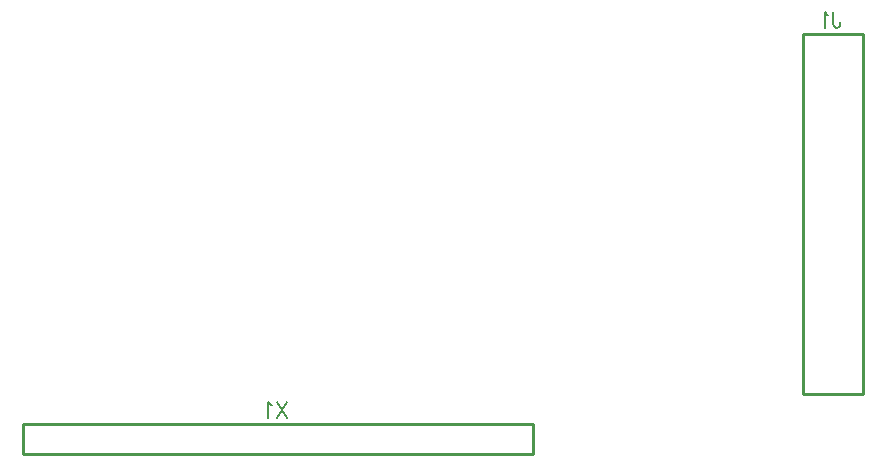
<source format=gbo>
G04 DipTrace 2.4.0.2*
%INBottomSilk.gbr*%
%MOIN*%
%ADD10C,0.0098*%
%ADD77C,0.0077*%
%FSLAX44Y44*%
G04*
G70*
G90*
G75*
G01*
%LNBotSilk*%
%LPD*%
X35440Y18440D2*
D10*
X37440D1*
Y6440D1*
X35440D1*
Y18440D1*
X9439Y4440D2*
X26441D1*
Y5440D1*
X9439D1*
Y4440D1*
X36458Y19172D2*
D77*
Y18790D1*
X36481Y18718D1*
X36506Y18694D1*
X36553Y18670D1*
X36601D1*
X36649Y18694D1*
X36673Y18718D1*
X36697Y18790D1*
Y18837D1*
X36303Y19076D2*
X36255Y19100D1*
X36183Y19172D1*
Y18670D1*
X18245Y6172D2*
X17910Y5670D1*
Y6172D2*
X18245Y5670D1*
X17755Y6076D2*
X17707Y6100D1*
X17635Y6172D1*
Y5670D1*
M02*

</source>
